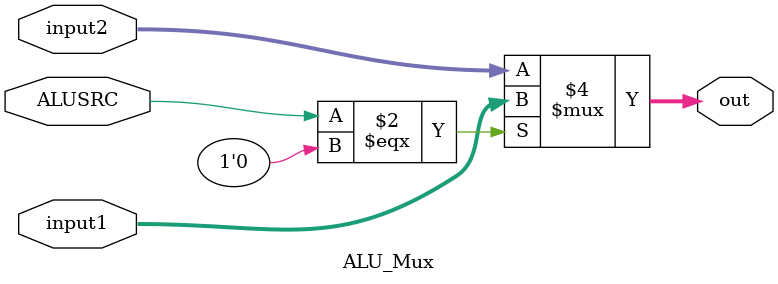
<source format=v>
module ALU_Mux
(
  input [31:0] input1,
  input [31:0] input2,
  input ALUSRC,
  output reg [31:0] out
);
  always @(input1, input2, ALUSRC, out) begin
    if (ALUSRC === 0) begin
      out <= input1;
    end

    else begin
      out <= input2;
    end
  end
endmodule
</source>
